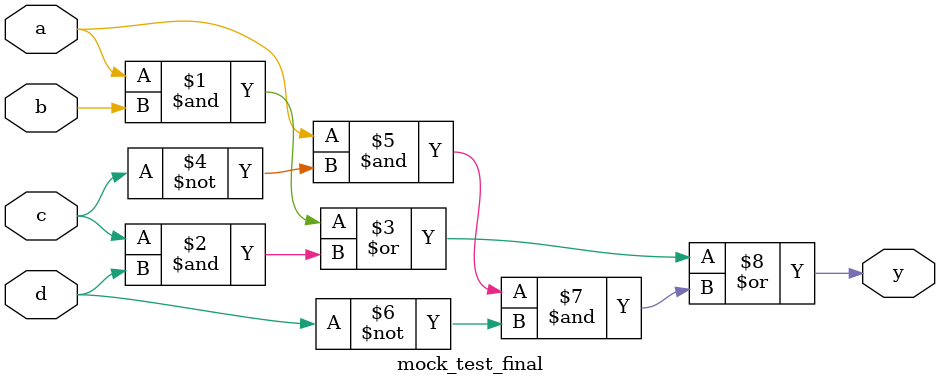
<source format=sv>
module mock_test_final(input logic a,b,c,d,
output logic y);
assign y=(a&b)|(c&d)|(a&(~c)&(~d));
endmodule 
</source>
